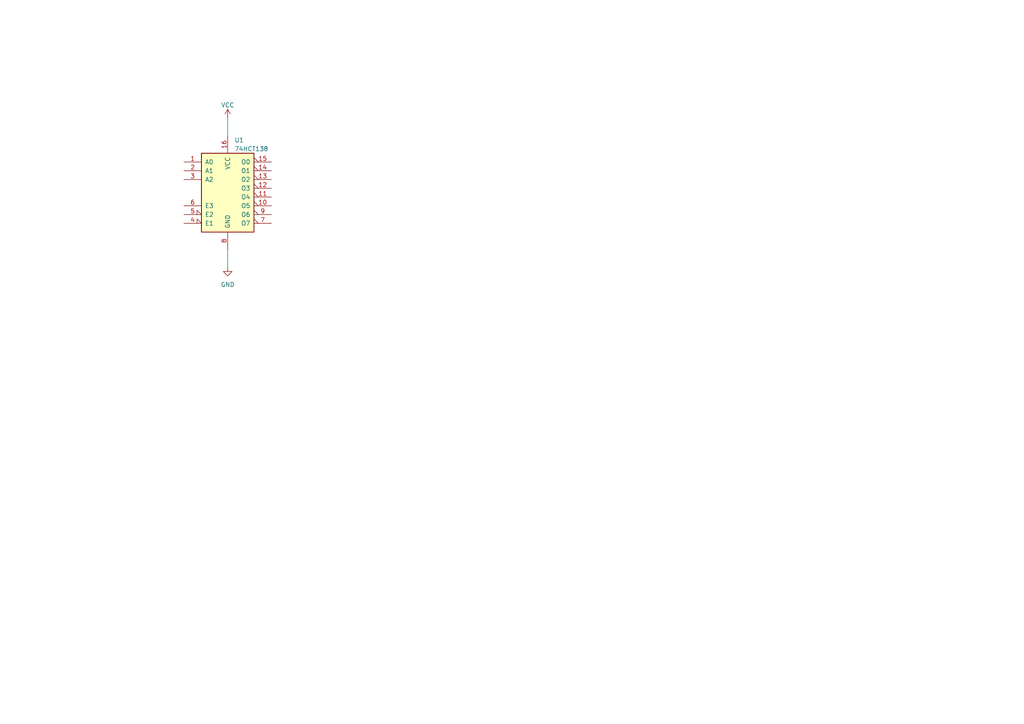
<source format=kicad_sch>
(kicad_sch (version 20230121) (generator eeschema)
  (paper "A4")
  (lib_symbols
    (symbol "74xx:74LS138" (pin_names (offset 1.016))
      (property "Reference" "U" (at -7.62 11.43 0))
      (property "Value" "74LS138" (at -7.62 -13.97 0))
      (symbol "74LS138_1_0"
        (pin input line (at -12.7 7.62 0) (length 5.08) (name "A0") (number "1"))
        (pin output output_low (at 12.7 -5.08 180) (length 5.08) (name "O5") (number "10"))
        (pin output output_low (at 12.7 -2.54 180) (length 5.08) (name "O4") (number "11"))
        (pin output output_low (at 12.7 0 180) (length 5.08) (name "O3") (number "12"))
        (pin output output_low (at 12.7 2.54 180) (length 5.08) (name "O2") (number "13"))
        (pin output output_low (at 12.7 5.08 180) (length 5.08) (name "O1") (number "14"))
        (pin output output_low (at 12.7 7.62 180) (length 5.08) (name "O0") (number "15"))
        (pin power_in line (at 0 15.24 270) (length 5.08) (name "VCC") (number "16"))
        (pin input line (at -12.7 5.08 0) (length 5.08) (name "A1") (number "2"))
        (pin input line (at -12.7 2.54 0) (length 5.08) (name "A2") (number "3"))
        (pin input input_low (at -12.7 -10.16 0) (length 5.08) (name "E1") (number "4"))
        (pin input input_low (at -12.7 -7.62 0) (length 5.08) (name "E2") (number "5"))
        (pin input line (at -12.7 -5.08 0) (length 5.08) (name "E3") (number "6"))
        (pin output output_low (at 12.7 -10.16 180) (length 5.08) (name "O7") (number "7"))
        (pin power_in line (at 0 -17.78 90) (length 5.08) (name "GND") (number "8"))
        (pin output output_low (at 12.7 -7.62 180) (length 5.08) (name "O6") (number "9"))
      )
      (symbol "74LS138_1_1"
        (rectangle (start -7.62 10.16) (end 7.62 -12.7) (stroke (width 0.254)) (fill (type background)))
      )
    )
    (symbol "power:GND" (power) (pin_names (offset 0))
      (property "Value" "GND" (at 0 -3.81 0))
      (symbol "GND_0_1"
        (polyline (pts (xy 0 0) (xy 0 -1.27) (xy 1.27 -1.27) (xy 0 -2.54) (xy -1.27 -1.27) (xy 0 -1.27)))
      )
      (symbol "GND_1_1"
        (pin power_in line (at 0 0 270) (length 0) hide (name "GND") (number "1"))
      )
    )
    (symbol "power:VCC" (power) (pin_names (offset 0))
      (property "Value" "VCC" (at 0 3.81 0))
      (symbol "VCC_0_1"
        (polyline (pts (xy -0.762 1.27) (xy 0 2.54)))
        (polyline (pts (xy 0 0) (xy 0 2.54)))
        (polyline (pts (xy 0 2.54) (xy 0.762 1.27)))
      )
      (symbol "VCC_1_1"
        (pin power_in line (at 0 0 90) (length 0) hide (name "VCC") (number "1"))
      )
    )
  )
  (wire (pts (xy 66.04 77.47) (xy 66.04 72.39)))
  (wire (pts (xy 66.04 34.29) (xy 66.04 39.37)))
  (symbol (lib_id "power:GND") (at 66.04 77.47 0) (unit 1)
    (property "Reference" "#PWR02" (effects hide))
    (property "Value" "GND" (at 66.04 82.55 0))
  )
  (symbol (lib_id "power:VCC") (at 66.04 34.29 0) (unit 1)
    (property "Reference" "#PWR01" (effects hide))
    (property "Value" "VCC" (at 66.04 30.48 0))
  )
  (symbol (lib_id "74xx:74LS138") (at 66.04 54.61 0) (unit 1)
    (property "Reference" "U1" (at 67.9959 40.64 0) (effects (justify left)))
    (property "Value" "74HCT138" (at 67.9959 43.18 0) (effects (justify left)))
    (property "Footprint" "Package_DIP:DIP-16_W7.62mm" (effects hide))
    (property "Datasheet" "http://www.ti.com/lit/gpn/sn74LS138" (effects hide))
  )
)
</source>
